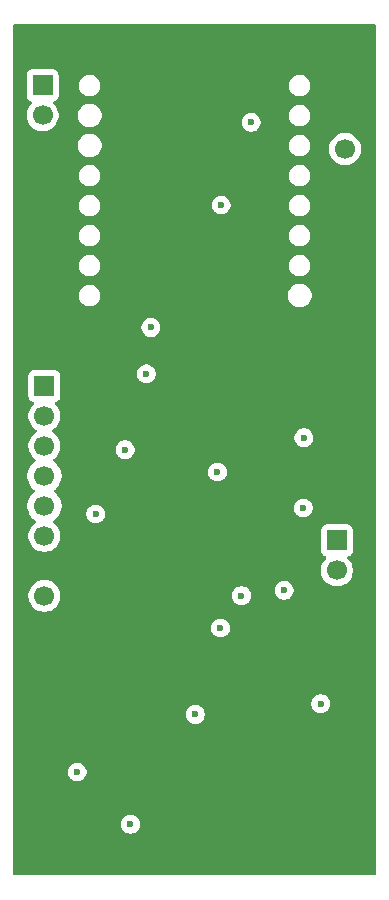
<source format=gbr>
%TF.GenerationSoftware,KiCad,Pcbnew,9.0.4*%
%TF.CreationDate,2025-09-14T15:21:26+10:00*%
%TF.ProjectId,opensenceesp32,6f70656e-7365-46e6-9365-65737033322e,rev?*%
%TF.SameCoordinates,Original*%
%TF.FileFunction,Copper,L2,Inr*%
%TF.FilePolarity,Positive*%
%FSLAX46Y46*%
G04 Gerber Fmt 4.6, Leading zero omitted, Abs format (unit mm)*
G04 Created by KiCad (PCBNEW 9.0.4) date 2025-09-14 15:21:26*
%MOMM*%
%LPD*%
G01*
G04 APERTURE LIST*
%TA.AperFunction,ComponentPad*%
%ADD10R,1.700000X1.700000*%
%TD*%
%TA.AperFunction,ComponentPad*%
%ADD11C,1.700000*%
%TD*%
%TA.AperFunction,ViaPad*%
%ADD12C,0.600000*%
%TD*%
G04 APERTURE END LIST*
D10*
%TO.N,VCC*%
%TO.C,J2*%
X242570000Y-102616000D03*
D11*
%TO.N,GND*%
X242570000Y-105156000D03*
%TD*%
D10*
%TO.N,Net-(U4-GPIO10)*%
%TO.C,SW1*%
X217652000Y-64084200D03*
D11*
%TO.N,Net-(R8-Pad2)*%
X217652000Y-66624200D03*
%TD*%
D10*
%TO.N,unconnected-(J1-Pin_1-Pad1)*%
%TO.C,J1*%
X217805000Y-89535000D03*
D11*
%TO.N,unconnected-(J1-Pin_2-Pad2)*%
X217805000Y-92075000D03*
%TO.N,unconnected-(J1-Pin_3-Pad3)*%
X217805000Y-94615000D03*
%TO.N,/SDA*%
X217805000Y-97155000D03*
%TO.N,/SCL*%
X217805000Y-99695000D03*
%TO.N,/GY_87_GND_SW*%
X217805000Y-102235000D03*
%TO.N,+3.3V*%
X217805000Y-104775000D03*
%TO.N,unconnected-(J1-Pin_8-Pad8)*%
X217805000Y-107315000D03*
%TD*%
D10*
%TO.N,+3.3V*%
%TO.C,SW2*%
X243256200Y-72014400D03*
D11*
%TO.N,Net-(SW2-B)*%
X243256200Y-69474400D03*
%TD*%
D12*
%TO.N,Net-(Q1-G)*%
X226441000Y-88519000D03*
X226822000Y-84582000D03*
%TO.N,/1PPS*%
X232765600Y-74218800D03*
X225094800Y-126644400D03*
%TO.N,/GPS_RESET*%
X241198400Y-116433600D03*
%TO.N,+3.3V*%
X239776000Y-91033600D03*
%TO.N,/GPS_TX*%
X230581200Y-117348000D03*
%TO.N,/GPS_RX*%
X232714800Y-110032800D03*
%TO.N,+3.3V*%
X217220800Y-75946000D03*
%TO.N,GND*%
X235305600Y-67208400D03*
%TO.N,+3.3V*%
X229565200Y-67513200D03*
%TO.N,GND*%
X224637600Y-94945200D03*
X222148400Y-100380800D03*
%TO.N,+3.3V*%
X227939600Y-97129600D03*
X232257600Y-94640400D03*
%TO.N,GND*%
X232460800Y-96824800D03*
X234492800Y-107289600D03*
X238099600Y-106832400D03*
X239725200Y-99872800D03*
X239776000Y-93929200D03*
%TO.N,+3.3V*%
X230124000Y-122326400D03*
X230073200Y-124917200D03*
%TO.N,GND*%
X220573600Y-122224800D03*
%TD*%
%TA.AperFunction,Conductor*%
%TO.N,+3.3V*%
G36*
X245822539Y-58940185D02*
G01*
X245868294Y-58992989D01*
X245879500Y-59044500D01*
X245879500Y-130820500D01*
X245859815Y-130887539D01*
X245807011Y-130933294D01*
X245755500Y-130944500D01*
X215254500Y-130944500D01*
X215187461Y-130924815D01*
X215141706Y-130872011D01*
X215130500Y-130820500D01*
X215130500Y-126565553D01*
X224294300Y-126565553D01*
X224294300Y-126723246D01*
X224325061Y-126877889D01*
X224325064Y-126877901D01*
X224385402Y-127023572D01*
X224385409Y-127023585D01*
X224473010Y-127154688D01*
X224473013Y-127154692D01*
X224584507Y-127266186D01*
X224584511Y-127266189D01*
X224715614Y-127353790D01*
X224715627Y-127353797D01*
X224861298Y-127414135D01*
X224861303Y-127414137D01*
X225015953Y-127444899D01*
X225015956Y-127444900D01*
X225015958Y-127444900D01*
X225173644Y-127444900D01*
X225173645Y-127444899D01*
X225328297Y-127414137D01*
X225473979Y-127353794D01*
X225605089Y-127266189D01*
X225716589Y-127154689D01*
X225804194Y-127023579D01*
X225864537Y-126877897D01*
X225895300Y-126723242D01*
X225895300Y-126565558D01*
X225895300Y-126565555D01*
X225895299Y-126565553D01*
X225864538Y-126410910D01*
X225864537Y-126410903D01*
X225864535Y-126410898D01*
X225804197Y-126265227D01*
X225804190Y-126265214D01*
X225716589Y-126134111D01*
X225716586Y-126134107D01*
X225605092Y-126022613D01*
X225605088Y-126022610D01*
X225473985Y-125935009D01*
X225473972Y-125935002D01*
X225328301Y-125874664D01*
X225328289Y-125874661D01*
X225173645Y-125843900D01*
X225173642Y-125843900D01*
X225015958Y-125843900D01*
X225015955Y-125843900D01*
X224861310Y-125874661D01*
X224861298Y-125874664D01*
X224715627Y-125935002D01*
X224715614Y-125935009D01*
X224584511Y-126022610D01*
X224584507Y-126022613D01*
X224473013Y-126134107D01*
X224473010Y-126134111D01*
X224385409Y-126265214D01*
X224385402Y-126265227D01*
X224325064Y-126410898D01*
X224325061Y-126410910D01*
X224294300Y-126565553D01*
X215130500Y-126565553D01*
X215130500Y-122145953D01*
X219773100Y-122145953D01*
X219773100Y-122303646D01*
X219803861Y-122458289D01*
X219803864Y-122458301D01*
X219864202Y-122603972D01*
X219864209Y-122603985D01*
X219951810Y-122735088D01*
X219951813Y-122735092D01*
X220063307Y-122846586D01*
X220063311Y-122846589D01*
X220194414Y-122934190D01*
X220194427Y-122934197D01*
X220340098Y-122994535D01*
X220340103Y-122994537D01*
X220494753Y-123025299D01*
X220494756Y-123025300D01*
X220494758Y-123025300D01*
X220652444Y-123025300D01*
X220652445Y-123025299D01*
X220807097Y-122994537D01*
X220952779Y-122934194D01*
X221083889Y-122846589D01*
X221195389Y-122735089D01*
X221282994Y-122603979D01*
X221343337Y-122458297D01*
X221374100Y-122303642D01*
X221374100Y-122145958D01*
X221374100Y-122145955D01*
X221374099Y-122145953D01*
X221343338Y-121991310D01*
X221343337Y-121991303D01*
X221343335Y-121991298D01*
X221282997Y-121845627D01*
X221282990Y-121845614D01*
X221195389Y-121714511D01*
X221195386Y-121714507D01*
X221083892Y-121603013D01*
X221083888Y-121603010D01*
X220952785Y-121515409D01*
X220952772Y-121515402D01*
X220807101Y-121455064D01*
X220807089Y-121455061D01*
X220652445Y-121424300D01*
X220652442Y-121424300D01*
X220494758Y-121424300D01*
X220494755Y-121424300D01*
X220340110Y-121455061D01*
X220340098Y-121455064D01*
X220194427Y-121515402D01*
X220194414Y-121515409D01*
X220063311Y-121603010D01*
X220063307Y-121603013D01*
X219951813Y-121714507D01*
X219951810Y-121714511D01*
X219864209Y-121845614D01*
X219864202Y-121845627D01*
X219803864Y-121991298D01*
X219803861Y-121991310D01*
X219773100Y-122145953D01*
X215130500Y-122145953D01*
X215130500Y-117269153D01*
X229780700Y-117269153D01*
X229780700Y-117426846D01*
X229811461Y-117581489D01*
X229811464Y-117581501D01*
X229871802Y-117727172D01*
X229871809Y-117727185D01*
X229959410Y-117858288D01*
X229959413Y-117858292D01*
X230070907Y-117969786D01*
X230070911Y-117969789D01*
X230202014Y-118057390D01*
X230202027Y-118057397D01*
X230347698Y-118117735D01*
X230347703Y-118117737D01*
X230502353Y-118148499D01*
X230502356Y-118148500D01*
X230502358Y-118148500D01*
X230660044Y-118148500D01*
X230660045Y-118148499D01*
X230814697Y-118117737D01*
X230960379Y-118057394D01*
X231091489Y-117969789D01*
X231202989Y-117858289D01*
X231290594Y-117727179D01*
X231350937Y-117581497D01*
X231381700Y-117426842D01*
X231381700Y-117269158D01*
X231381700Y-117269155D01*
X231381699Y-117269153D01*
X231350938Y-117114510D01*
X231350937Y-117114503D01*
X231350935Y-117114498D01*
X231290597Y-116968827D01*
X231290590Y-116968814D01*
X231202989Y-116837711D01*
X231202986Y-116837707D01*
X231091492Y-116726213D01*
X231091488Y-116726210D01*
X230960385Y-116638609D01*
X230960372Y-116638602D01*
X230814701Y-116578264D01*
X230814689Y-116578261D01*
X230660045Y-116547500D01*
X230660042Y-116547500D01*
X230502358Y-116547500D01*
X230502355Y-116547500D01*
X230347710Y-116578261D01*
X230347698Y-116578264D01*
X230202027Y-116638602D01*
X230202014Y-116638609D01*
X230070911Y-116726210D01*
X230070907Y-116726213D01*
X229959413Y-116837707D01*
X229959410Y-116837711D01*
X229871809Y-116968814D01*
X229871802Y-116968827D01*
X229811464Y-117114498D01*
X229811461Y-117114510D01*
X229780700Y-117269153D01*
X215130500Y-117269153D01*
X215130500Y-116354753D01*
X240397900Y-116354753D01*
X240397900Y-116512446D01*
X240428661Y-116667089D01*
X240428664Y-116667101D01*
X240489002Y-116812772D01*
X240489009Y-116812785D01*
X240576610Y-116943888D01*
X240576613Y-116943892D01*
X240688107Y-117055386D01*
X240688111Y-117055389D01*
X240819214Y-117142990D01*
X240819227Y-117142997D01*
X240964898Y-117203335D01*
X240964903Y-117203337D01*
X241119553Y-117234099D01*
X241119556Y-117234100D01*
X241119558Y-117234100D01*
X241277244Y-117234100D01*
X241277245Y-117234099D01*
X241431897Y-117203337D01*
X241577579Y-117142994D01*
X241708689Y-117055389D01*
X241820189Y-116943889D01*
X241907794Y-116812779D01*
X241968137Y-116667097D01*
X241998900Y-116512442D01*
X241998900Y-116354758D01*
X241998900Y-116354755D01*
X241998899Y-116354753D01*
X241968138Y-116200110D01*
X241968137Y-116200103D01*
X241968135Y-116200098D01*
X241907797Y-116054427D01*
X241907790Y-116054414D01*
X241820189Y-115923311D01*
X241820186Y-115923307D01*
X241708692Y-115811813D01*
X241708688Y-115811810D01*
X241577585Y-115724209D01*
X241577572Y-115724202D01*
X241431901Y-115663864D01*
X241431889Y-115663861D01*
X241277245Y-115633100D01*
X241277242Y-115633100D01*
X241119558Y-115633100D01*
X241119555Y-115633100D01*
X240964910Y-115663861D01*
X240964898Y-115663864D01*
X240819227Y-115724202D01*
X240819214Y-115724209D01*
X240688111Y-115811810D01*
X240688107Y-115811813D01*
X240576613Y-115923307D01*
X240576610Y-115923311D01*
X240489009Y-116054414D01*
X240489002Y-116054427D01*
X240428664Y-116200098D01*
X240428661Y-116200110D01*
X240397900Y-116354753D01*
X215130500Y-116354753D01*
X215130500Y-109953953D01*
X231914300Y-109953953D01*
X231914300Y-110111646D01*
X231945061Y-110266289D01*
X231945064Y-110266301D01*
X232005402Y-110411972D01*
X232005409Y-110411985D01*
X232093010Y-110543088D01*
X232093013Y-110543092D01*
X232204507Y-110654586D01*
X232204511Y-110654589D01*
X232335614Y-110742190D01*
X232335627Y-110742197D01*
X232481298Y-110802535D01*
X232481303Y-110802537D01*
X232635953Y-110833299D01*
X232635956Y-110833300D01*
X232635958Y-110833300D01*
X232793644Y-110833300D01*
X232793645Y-110833299D01*
X232948297Y-110802537D01*
X233093979Y-110742194D01*
X233225089Y-110654589D01*
X233336589Y-110543089D01*
X233424194Y-110411979D01*
X233484537Y-110266297D01*
X233515300Y-110111642D01*
X233515300Y-109953958D01*
X233515300Y-109953955D01*
X233515299Y-109953953D01*
X233484538Y-109799310D01*
X233484537Y-109799303D01*
X233484535Y-109799298D01*
X233424197Y-109653627D01*
X233424190Y-109653614D01*
X233336589Y-109522511D01*
X233336586Y-109522507D01*
X233225092Y-109411013D01*
X233225088Y-109411010D01*
X233093985Y-109323409D01*
X233093972Y-109323402D01*
X232948301Y-109263064D01*
X232948289Y-109263061D01*
X232793645Y-109232300D01*
X232793642Y-109232300D01*
X232635958Y-109232300D01*
X232635955Y-109232300D01*
X232481310Y-109263061D01*
X232481298Y-109263064D01*
X232335627Y-109323402D01*
X232335614Y-109323409D01*
X232204511Y-109411010D01*
X232204507Y-109411013D01*
X232093013Y-109522507D01*
X232093010Y-109522511D01*
X232005409Y-109653614D01*
X232005402Y-109653627D01*
X231945064Y-109799298D01*
X231945061Y-109799310D01*
X231914300Y-109953953D01*
X215130500Y-109953953D01*
X215130500Y-107208713D01*
X216454500Y-107208713D01*
X216454500Y-107421286D01*
X216483143Y-107602135D01*
X216487754Y-107631243D01*
X216542550Y-107799888D01*
X216553444Y-107833414D01*
X216649951Y-108022820D01*
X216774890Y-108194786D01*
X216925213Y-108345109D01*
X217097179Y-108470048D01*
X217097181Y-108470049D01*
X217097184Y-108470051D01*
X217286588Y-108566557D01*
X217488757Y-108632246D01*
X217698713Y-108665500D01*
X217698714Y-108665500D01*
X217911286Y-108665500D01*
X217911287Y-108665500D01*
X218121243Y-108632246D01*
X218323412Y-108566557D01*
X218512816Y-108470051D01*
X218534789Y-108454086D01*
X218684786Y-108345109D01*
X218684788Y-108345106D01*
X218684792Y-108345104D01*
X218835104Y-108194792D01*
X218835106Y-108194788D01*
X218835109Y-108194786D01*
X218960048Y-108022820D01*
X218960047Y-108022820D01*
X218960051Y-108022816D01*
X219056557Y-107833412D01*
X219122246Y-107631243D01*
X219155500Y-107421287D01*
X219155500Y-107210753D01*
X233692300Y-107210753D01*
X233692300Y-107368446D01*
X233723061Y-107523089D01*
X233723064Y-107523101D01*
X233783402Y-107668772D01*
X233783409Y-107668785D01*
X233871010Y-107799888D01*
X233871013Y-107799892D01*
X233982507Y-107911386D01*
X233982511Y-107911389D01*
X234113614Y-107998990D01*
X234113627Y-107998997D01*
X234171142Y-108022820D01*
X234259303Y-108059337D01*
X234413953Y-108090099D01*
X234413956Y-108090100D01*
X234413958Y-108090100D01*
X234571644Y-108090100D01*
X234571645Y-108090099D01*
X234726297Y-108059337D01*
X234871979Y-107998994D01*
X235003089Y-107911389D01*
X235114589Y-107799889D01*
X235202194Y-107668779D01*
X235262537Y-107523097D01*
X235293300Y-107368442D01*
X235293300Y-107210758D01*
X235293300Y-107210755D01*
X235293299Y-107210753D01*
X235264485Y-107065897D01*
X235262537Y-107056103D01*
X235202535Y-106911244D01*
X235202197Y-106910427D01*
X235202190Y-106910414D01*
X235139343Y-106816357D01*
X235114589Y-106779311D01*
X235114586Y-106779307D01*
X235088832Y-106753553D01*
X237299100Y-106753553D01*
X237299100Y-106911246D01*
X237329861Y-107065889D01*
X237329864Y-107065901D01*
X237390202Y-107211572D01*
X237390209Y-107211585D01*
X237477810Y-107342688D01*
X237477813Y-107342692D01*
X237589307Y-107454186D01*
X237589311Y-107454189D01*
X237720414Y-107541790D01*
X237720427Y-107541797D01*
X237866098Y-107602135D01*
X237866103Y-107602137D01*
X238012408Y-107631239D01*
X238020753Y-107632899D01*
X238020756Y-107632900D01*
X238020758Y-107632900D01*
X238178444Y-107632900D01*
X238178445Y-107632899D01*
X238333097Y-107602137D01*
X238478779Y-107541794D01*
X238609889Y-107454189D01*
X238721389Y-107342689D01*
X238808994Y-107211579D01*
X238869337Y-107065897D01*
X238900100Y-106911242D01*
X238900100Y-106753558D01*
X238900100Y-106753555D01*
X238900099Y-106753553D01*
X238883044Y-106667811D01*
X238869337Y-106598903D01*
X238861591Y-106580202D01*
X238808997Y-106453227D01*
X238808990Y-106453214D01*
X238721389Y-106322111D01*
X238721386Y-106322107D01*
X238609892Y-106210613D01*
X238609888Y-106210610D01*
X238478785Y-106123009D01*
X238478772Y-106123002D01*
X238333101Y-106062664D01*
X238333089Y-106062661D01*
X238178445Y-106031900D01*
X238178442Y-106031900D01*
X238020758Y-106031900D01*
X238020755Y-106031900D01*
X237866110Y-106062661D01*
X237866098Y-106062664D01*
X237720427Y-106123002D01*
X237720414Y-106123009D01*
X237589311Y-106210610D01*
X237589307Y-106210613D01*
X237477813Y-106322107D01*
X237477810Y-106322111D01*
X237390209Y-106453214D01*
X237390202Y-106453227D01*
X237329864Y-106598898D01*
X237329861Y-106598910D01*
X237299100Y-106753553D01*
X235088832Y-106753553D01*
X235003092Y-106667813D01*
X235003088Y-106667810D01*
X234871985Y-106580209D01*
X234871972Y-106580202D01*
X234726301Y-106519864D01*
X234726289Y-106519861D01*
X234571645Y-106489100D01*
X234571642Y-106489100D01*
X234413958Y-106489100D01*
X234413955Y-106489100D01*
X234259310Y-106519861D01*
X234259298Y-106519864D01*
X234113627Y-106580202D01*
X234113614Y-106580209D01*
X233982511Y-106667810D01*
X233982507Y-106667813D01*
X233871013Y-106779307D01*
X233871010Y-106779311D01*
X233783409Y-106910414D01*
X233783402Y-106910427D01*
X233723064Y-107056098D01*
X233723061Y-107056110D01*
X233692300Y-107210753D01*
X219155500Y-107210753D01*
X219155500Y-107208713D01*
X219122246Y-106998757D01*
X219056557Y-106796588D01*
X218960051Y-106607184D01*
X218960049Y-106607181D01*
X218960048Y-106607179D01*
X218835109Y-106435213D01*
X218684786Y-106284890D01*
X218512820Y-106159951D01*
X218323414Y-106063444D01*
X218323413Y-106063443D01*
X218323412Y-106063443D01*
X218121243Y-105997754D01*
X218121241Y-105997753D01*
X218121240Y-105997753D01*
X217959957Y-105972208D01*
X217911287Y-105964500D01*
X217698713Y-105964500D01*
X217650042Y-105972208D01*
X217488760Y-105997753D01*
X217286585Y-106063444D01*
X217097179Y-106159951D01*
X216925213Y-106284890D01*
X216774890Y-106435213D01*
X216649951Y-106607179D01*
X216553444Y-106796585D01*
X216487753Y-106998760D01*
X216454500Y-107208713D01*
X215130500Y-107208713D01*
X215130500Y-97040837D01*
X216354500Y-97040837D01*
X216354500Y-97269162D01*
X216390215Y-97494660D01*
X216460770Y-97711803D01*
X216564421Y-97915228D01*
X216698621Y-98099937D01*
X216860063Y-98261379D01*
X216860069Y-98261383D01*
X216947191Y-98324683D01*
X216989857Y-98380013D01*
X216995835Y-98449627D01*
X216963228Y-98511421D01*
X216947191Y-98525317D01*
X216860069Y-98588616D01*
X216860060Y-98588623D01*
X216698622Y-98750061D01*
X216564421Y-98934771D01*
X216460770Y-99138196D01*
X216390215Y-99355339D01*
X216354500Y-99580837D01*
X216354500Y-99809162D01*
X216390215Y-100034660D01*
X216460770Y-100251803D01*
X216527664Y-100383088D01*
X216564421Y-100455228D01*
X216698621Y-100639937D01*
X216860063Y-100801379D01*
X217032256Y-100926486D01*
X217074921Y-100981815D01*
X217080900Y-101051429D01*
X217048294Y-101113224D01*
X217032255Y-101127121D01*
X216925214Y-101204890D01*
X216925209Y-101204894D01*
X216774890Y-101355213D01*
X216649951Y-101527179D01*
X216553444Y-101716585D01*
X216487753Y-101918760D01*
X216454500Y-102128713D01*
X216454500Y-102341286D01*
X216487753Y-102551239D01*
X216553444Y-102753414D01*
X216649951Y-102942820D01*
X216774890Y-103114786D01*
X216925213Y-103265109D01*
X217097179Y-103390048D01*
X217097181Y-103390049D01*
X217097184Y-103390051D01*
X217286588Y-103486557D01*
X217488757Y-103552246D01*
X217698713Y-103585500D01*
X217698714Y-103585500D01*
X217911286Y-103585500D01*
X217911287Y-103585500D01*
X218121243Y-103552246D01*
X218323412Y-103486557D01*
X218512816Y-103390051D01*
X218534789Y-103374086D01*
X218684786Y-103265109D01*
X218684788Y-103265106D01*
X218684792Y-103265104D01*
X218835104Y-103114792D01*
X218835106Y-103114788D01*
X218835109Y-103114786D01*
X218960048Y-102942820D01*
X218960047Y-102942820D01*
X218960051Y-102942816D01*
X219056557Y-102753412D01*
X219122246Y-102551243D01*
X219155500Y-102341287D01*
X219155500Y-102128713D01*
X219122246Y-101918757D01*
X219057060Y-101718135D01*
X241219500Y-101718135D01*
X241219500Y-103513870D01*
X241219501Y-103513876D01*
X241225908Y-103573483D01*
X241276202Y-103708328D01*
X241276206Y-103708335D01*
X241362452Y-103823544D01*
X241362455Y-103823547D01*
X241477664Y-103909793D01*
X241477671Y-103909797D01*
X241609082Y-103958810D01*
X241665016Y-104000681D01*
X241689433Y-104066145D01*
X241674582Y-104134418D01*
X241653431Y-104162673D01*
X241539889Y-104276215D01*
X241414951Y-104448179D01*
X241318444Y-104637585D01*
X241252753Y-104839760D01*
X241219500Y-105049713D01*
X241219500Y-105262286D01*
X241252753Y-105472239D01*
X241318444Y-105674414D01*
X241414951Y-105863820D01*
X241539890Y-106035786D01*
X241690213Y-106186109D01*
X241862179Y-106311048D01*
X241862181Y-106311049D01*
X241862184Y-106311051D01*
X242051588Y-106407557D01*
X242253757Y-106473246D01*
X242463713Y-106506500D01*
X242463714Y-106506500D01*
X242676286Y-106506500D01*
X242676287Y-106506500D01*
X242886243Y-106473246D01*
X243088412Y-106407557D01*
X243277816Y-106311051D01*
X243313824Y-106284890D01*
X243449786Y-106186109D01*
X243449788Y-106186106D01*
X243449792Y-106186104D01*
X243600104Y-106035792D01*
X243600106Y-106035788D01*
X243600109Y-106035786D01*
X243725048Y-105863820D01*
X243725047Y-105863820D01*
X243725051Y-105863816D01*
X243821557Y-105674412D01*
X243887246Y-105472243D01*
X243920500Y-105262287D01*
X243920500Y-105049713D01*
X243887246Y-104839757D01*
X243821557Y-104637588D01*
X243725051Y-104448184D01*
X243725049Y-104448181D01*
X243725048Y-104448179D01*
X243600109Y-104276213D01*
X243486569Y-104162673D01*
X243453084Y-104101350D01*
X243458068Y-104031658D01*
X243499940Y-103975725D01*
X243530915Y-103958810D01*
X243662331Y-103909796D01*
X243777546Y-103823546D01*
X243863796Y-103708331D01*
X243914091Y-103573483D01*
X243920500Y-103513873D01*
X243920499Y-101718128D01*
X243914091Y-101658517D01*
X243863796Y-101523669D01*
X243863795Y-101523668D01*
X243863793Y-101523664D01*
X243777547Y-101408455D01*
X243777544Y-101408452D01*
X243662335Y-101322206D01*
X243662328Y-101322202D01*
X243527482Y-101271908D01*
X243527483Y-101271908D01*
X243467883Y-101265501D01*
X243467881Y-101265500D01*
X243467873Y-101265500D01*
X243467864Y-101265500D01*
X241672129Y-101265500D01*
X241672123Y-101265501D01*
X241612516Y-101271908D01*
X241477671Y-101322202D01*
X241477664Y-101322206D01*
X241362455Y-101408452D01*
X241362452Y-101408455D01*
X241276206Y-101523664D01*
X241276202Y-101523671D01*
X241225908Y-101658517D01*
X241219666Y-101716585D01*
X241219501Y-101718123D01*
X241219500Y-101718135D01*
X219057060Y-101718135D01*
X219056557Y-101716588D01*
X218960051Y-101527184D01*
X218960049Y-101527181D01*
X218960048Y-101527179D01*
X218835109Y-101355213D01*
X218684792Y-101204896D01*
X218609974Y-101150538D01*
X218577743Y-101127121D01*
X218535078Y-101071792D01*
X218529099Y-101002178D01*
X218561704Y-100940383D01*
X218577734Y-100926492D01*
X218749937Y-100801379D01*
X218911379Y-100639937D01*
X219045579Y-100455228D01*
X219123676Y-100301953D01*
X221347900Y-100301953D01*
X221347900Y-100459646D01*
X221378661Y-100614289D01*
X221378664Y-100614301D01*
X221439002Y-100759972D01*
X221439009Y-100759985D01*
X221526610Y-100891088D01*
X221526613Y-100891092D01*
X221638107Y-101002586D01*
X221638111Y-101002589D01*
X221769214Y-101090190D01*
X221769227Y-101090197D01*
X221914898Y-101150535D01*
X221914903Y-101150537D01*
X222069553Y-101181299D01*
X222069556Y-101181300D01*
X222069558Y-101181300D01*
X222227244Y-101181300D01*
X222227245Y-101181299D01*
X222381897Y-101150537D01*
X222527579Y-101090194D01*
X222658689Y-101002589D01*
X222770189Y-100891089D01*
X222857794Y-100759979D01*
X222918137Y-100614297D01*
X222948900Y-100459642D01*
X222948900Y-100301958D01*
X222948900Y-100301955D01*
X222948899Y-100301953D01*
X222918138Y-100147310D01*
X222918137Y-100147303D01*
X222901149Y-100106289D01*
X222857797Y-100001627D01*
X222857790Y-100001614D01*
X222770192Y-99870516D01*
X222770189Y-99870511D01*
X222770184Y-99870506D01*
X222770181Y-99870502D01*
X222693632Y-99793953D01*
X238924700Y-99793953D01*
X238924700Y-99951646D01*
X238955461Y-100106289D01*
X238955464Y-100106301D01*
X239015802Y-100251972D01*
X239015809Y-100251985D01*
X239103410Y-100383088D01*
X239103413Y-100383092D01*
X239214907Y-100494586D01*
X239214911Y-100494589D01*
X239346014Y-100582190D01*
X239346027Y-100582197D01*
X239485426Y-100639937D01*
X239491703Y-100642537D01*
X239646353Y-100673299D01*
X239646356Y-100673300D01*
X239646358Y-100673300D01*
X239804044Y-100673300D01*
X239804045Y-100673299D01*
X239958697Y-100642537D01*
X240104379Y-100582194D01*
X240235489Y-100494589D01*
X240346989Y-100383089D01*
X240434594Y-100251979D01*
X240494937Y-100106297D01*
X240525700Y-99951642D01*
X240525700Y-99793958D01*
X240525700Y-99793955D01*
X240525699Y-99793953D01*
X240518749Y-99759013D01*
X240494937Y-99639303D01*
X240483239Y-99611061D01*
X240434597Y-99493627D01*
X240434590Y-99493614D01*
X240346989Y-99362511D01*
X240346986Y-99362507D01*
X240235492Y-99251013D01*
X240235488Y-99251010D01*
X240104385Y-99163409D01*
X240104372Y-99163402D01*
X239958701Y-99103064D01*
X239958689Y-99103061D01*
X239804045Y-99072300D01*
X239804042Y-99072300D01*
X239646358Y-99072300D01*
X239646355Y-99072300D01*
X239491710Y-99103061D01*
X239491698Y-99103064D01*
X239346027Y-99163402D01*
X239346014Y-99163409D01*
X239214911Y-99251010D01*
X239214907Y-99251013D01*
X239103413Y-99362507D01*
X239103410Y-99362511D01*
X239015809Y-99493614D01*
X239015802Y-99493627D01*
X238955464Y-99639298D01*
X238955461Y-99639310D01*
X238924700Y-99793953D01*
X222693632Y-99793953D01*
X222658692Y-99759013D01*
X222658688Y-99759010D01*
X222527585Y-99671409D01*
X222527572Y-99671402D01*
X222381901Y-99611064D01*
X222381889Y-99611061D01*
X222227245Y-99580300D01*
X222227242Y-99580300D01*
X222069558Y-99580300D01*
X222069555Y-99580300D01*
X221914910Y-99611061D01*
X221914898Y-99611064D01*
X221769227Y-99671402D01*
X221769214Y-99671409D01*
X221638111Y-99759010D01*
X221638107Y-99759013D01*
X221526613Y-99870507D01*
X221526610Y-99870511D01*
X221439009Y-100001614D01*
X221439002Y-100001627D01*
X221378664Y-100147298D01*
X221378661Y-100147310D01*
X221347900Y-100301953D01*
X219123676Y-100301953D01*
X219149231Y-100251799D01*
X219219784Y-100034660D01*
X219232932Y-99951646D01*
X219255500Y-99809162D01*
X219255500Y-99580837D01*
X219219784Y-99355339D01*
X219185885Y-99251010D01*
X219149231Y-99138201D01*
X219149229Y-99138198D01*
X219149229Y-99138196D01*
X219045578Y-98934771D01*
X218911379Y-98750063D01*
X218749937Y-98588621D01*
X218662807Y-98525317D01*
X218620143Y-98469988D01*
X218614164Y-98400374D01*
X218646770Y-98338579D01*
X218662807Y-98324683D01*
X218749937Y-98261379D01*
X218911379Y-98099937D01*
X219045579Y-97915228D01*
X219149231Y-97711799D01*
X219219784Y-97494660D01*
X219227398Y-97446586D01*
X219255500Y-97269162D01*
X219255500Y-97040837D01*
X219233770Y-96903642D01*
X219219784Y-96815340D01*
X219219783Y-96815336D01*
X219219783Y-96815335D01*
X219207712Y-96778184D01*
X219197239Y-96745953D01*
X231660300Y-96745953D01*
X231660300Y-96903646D01*
X231691061Y-97058289D01*
X231691064Y-97058301D01*
X231751402Y-97203972D01*
X231751409Y-97203985D01*
X231839010Y-97335088D01*
X231839013Y-97335092D01*
X231950507Y-97446586D01*
X231950511Y-97446589D01*
X232081614Y-97534190D01*
X232081627Y-97534197D01*
X232227298Y-97594535D01*
X232227303Y-97594537D01*
X232381953Y-97625299D01*
X232381956Y-97625300D01*
X232381958Y-97625300D01*
X232539644Y-97625300D01*
X232539645Y-97625299D01*
X232694297Y-97594537D01*
X232839979Y-97534194D01*
X232971089Y-97446589D01*
X233082589Y-97335089D01*
X233170194Y-97203979D01*
X233230537Y-97058297D01*
X233261300Y-96903642D01*
X233261300Y-96745958D01*
X233261300Y-96745955D01*
X233261299Y-96745953D01*
X233230538Y-96591310D01*
X233230537Y-96591303D01*
X233230535Y-96591298D01*
X233170197Y-96445627D01*
X233170190Y-96445614D01*
X233082589Y-96314511D01*
X233082586Y-96314507D01*
X232971092Y-96203013D01*
X232971088Y-96203010D01*
X232839985Y-96115409D01*
X232839972Y-96115402D01*
X232694301Y-96055064D01*
X232694289Y-96055061D01*
X232539645Y-96024300D01*
X232539642Y-96024300D01*
X232381958Y-96024300D01*
X232381955Y-96024300D01*
X232227310Y-96055061D01*
X232227298Y-96055064D01*
X232081627Y-96115402D01*
X232081614Y-96115409D01*
X231950511Y-96203010D01*
X231950507Y-96203013D01*
X231839013Y-96314507D01*
X231839010Y-96314511D01*
X231751409Y-96445614D01*
X231751402Y-96445627D01*
X231691064Y-96591298D01*
X231691061Y-96591310D01*
X231660300Y-96745953D01*
X219197239Y-96745953D01*
X219149229Y-96598196D01*
X219045578Y-96394771D01*
X218911379Y-96210063D01*
X218749937Y-96048621D01*
X218577742Y-95923513D01*
X218535078Y-95868184D01*
X218529099Y-95798570D01*
X218561705Y-95736775D01*
X218577740Y-95722881D01*
X218684792Y-95645104D01*
X218835104Y-95494792D01*
X218835106Y-95494788D01*
X218835109Y-95494786D01*
X218958915Y-95324379D01*
X218960051Y-95322816D01*
X219056557Y-95133412D01*
X219122246Y-94931243D01*
X219132524Y-94866353D01*
X223837100Y-94866353D01*
X223837100Y-95024046D01*
X223867861Y-95178689D01*
X223867864Y-95178701D01*
X223928202Y-95324372D01*
X223928209Y-95324385D01*
X224015810Y-95455488D01*
X224015813Y-95455492D01*
X224127307Y-95566986D01*
X224127311Y-95566989D01*
X224258414Y-95654590D01*
X224258427Y-95654597D01*
X224404098Y-95714935D01*
X224404103Y-95714937D01*
X224558753Y-95745699D01*
X224558756Y-95745700D01*
X224558758Y-95745700D01*
X224716444Y-95745700D01*
X224716445Y-95745699D01*
X224871097Y-95714937D01*
X225016779Y-95654594D01*
X225147889Y-95566989D01*
X225259389Y-95455489D01*
X225346994Y-95324379D01*
X225347642Y-95322816D01*
X225407335Y-95178701D01*
X225407337Y-95178697D01*
X225438100Y-95024042D01*
X225438100Y-94866358D01*
X225438100Y-94866355D01*
X225438099Y-94866353D01*
X225410917Y-94729700D01*
X225407337Y-94711703D01*
X225377056Y-94638597D01*
X225346997Y-94566027D01*
X225346990Y-94566014D01*
X225259389Y-94434911D01*
X225259386Y-94434907D01*
X225147892Y-94323413D01*
X225147888Y-94323410D01*
X225016785Y-94235809D01*
X225016772Y-94235802D01*
X224871101Y-94175464D01*
X224871089Y-94175461D01*
X224716445Y-94144700D01*
X224716442Y-94144700D01*
X224558758Y-94144700D01*
X224558755Y-94144700D01*
X224404110Y-94175461D01*
X224404098Y-94175464D01*
X224258427Y-94235802D01*
X224258414Y-94235809D01*
X224127311Y-94323410D01*
X224127307Y-94323413D01*
X224015813Y-94434907D01*
X224015810Y-94434911D01*
X223928209Y-94566014D01*
X223928202Y-94566027D01*
X223867864Y-94711698D01*
X223867861Y-94711710D01*
X223837100Y-94866353D01*
X219132524Y-94866353D01*
X219155500Y-94721287D01*
X219155500Y-94508713D01*
X219122246Y-94298757D01*
X219056557Y-94096588D01*
X218960051Y-93907184D01*
X218960049Y-93907181D01*
X218960048Y-93907179D01*
X218918762Y-93850353D01*
X238975500Y-93850353D01*
X238975500Y-94008046D01*
X239006261Y-94162689D01*
X239006264Y-94162701D01*
X239066602Y-94308372D01*
X239066609Y-94308385D01*
X239154210Y-94439488D01*
X239154213Y-94439492D01*
X239265707Y-94550986D01*
X239265711Y-94550989D01*
X239396814Y-94638590D01*
X239396827Y-94638597D01*
X239542498Y-94698935D01*
X239542503Y-94698937D01*
X239697153Y-94729699D01*
X239697156Y-94729700D01*
X239697158Y-94729700D01*
X239854844Y-94729700D01*
X239854845Y-94729699D01*
X240009497Y-94698937D01*
X240155179Y-94638594D01*
X240286289Y-94550989D01*
X240397789Y-94439489D01*
X240485394Y-94308379D01*
X240545737Y-94162697D01*
X240576500Y-94008042D01*
X240576500Y-93850358D01*
X240576500Y-93850355D01*
X240576499Y-93850353D01*
X240545738Y-93695710D01*
X240545737Y-93695703D01*
X240499840Y-93584896D01*
X240485397Y-93550027D01*
X240485390Y-93550014D01*
X240397789Y-93418911D01*
X240397786Y-93418907D01*
X240286292Y-93307413D01*
X240286288Y-93307410D01*
X240155185Y-93219809D01*
X240155172Y-93219802D01*
X240009501Y-93159464D01*
X240009489Y-93159461D01*
X239854845Y-93128700D01*
X239854842Y-93128700D01*
X239697158Y-93128700D01*
X239697155Y-93128700D01*
X239542510Y-93159461D01*
X239542498Y-93159464D01*
X239396827Y-93219802D01*
X239396814Y-93219809D01*
X239265711Y-93307410D01*
X239265707Y-93307413D01*
X239154213Y-93418907D01*
X239154210Y-93418911D01*
X239066609Y-93550014D01*
X239066602Y-93550027D01*
X239006264Y-93695698D01*
X239006261Y-93695710D01*
X238975500Y-93850353D01*
X218918762Y-93850353D01*
X218835109Y-93735213D01*
X218684786Y-93584890D01*
X218512820Y-93459951D01*
X218512115Y-93459591D01*
X218504054Y-93455485D01*
X218453259Y-93407512D01*
X218436463Y-93339692D01*
X218458999Y-93273556D01*
X218504054Y-93234515D01*
X218512816Y-93230051D01*
X218534789Y-93214086D01*
X218684786Y-93105109D01*
X218684788Y-93105106D01*
X218684792Y-93105104D01*
X218835104Y-92954792D01*
X218835106Y-92954788D01*
X218835109Y-92954786D01*
X218960048Y-92782820D01*
X218960047Y-92782820D01*
X218960051Y-92782816D01*
X219056557Y-92593412D01*
X219122246Y-92391243D01*
X219155500Y-92181287D01*
X219155500Y-91968713D01*
X219122246Y-91758757D01*
X219056557Y-91556588D01*
X218960051Y-91367184D01*
X218960049Y-91367181D01*
X218960048Y-91367179D01*
X218835109Y-91195213D01*
X218721569Y-91081673D01*
X218688084Y-91020350D01*
X218693068Y-90950658D01*
X218734940Y-90894725D01*
X218765915Y-90877810D01*
X218897331Y-90828796D01*
X219012546Y-90742546D01*
X219098796Y-90627331D01*
X219149091Y-90492483D01*
X219155500Y-90432873D01*
X219155499Y-88637128D01*
X219149091Y-88577517D01*
X219149091Y-88577516D01*
X219111750Y-88477399D01*
X219098797Y-88442671D01*
X219098793Y-88442664D01*
X219096913Y-88440153D01*
X225640500Y-88440153D01*
X225640500Y-88597846D01*
X225671261Y-88752489D01*
X225671264Y-88752501D01*
X225731602Y-88898172D01*
X225731609Y-88898185D01*
X225819210Y-89029288D01*
X225819213Y-89029292D01*
X225930707Y-89140786D01*
X225930711Y-89140789D01*
X226061814Y-89228390D01*
X226061827Y-89228397D01*
X226207498Y-89288735D01*
X226207503Y-89288737D01*
X226362153Y-89319499D01*
X226362156Y-89319500D01*
X226362158Y-89319500D01*
X226519844Y-89319500D01*
X226519845Y-89319499D01*
X226674497Y-89288737D01*
X226820179Y-89228394D01*
X226951289Y-89140789D01*
X227062789Y-89029289D01*
X227150394Y-88898179D01*
X227210737Y-88752497D01*
X227241500Y-88597842D01*
X227241500Y-88440158D01*
X227241500Y-88440155D01*
X227241499Y-88440153D01*
X227219082Y-88327455D01*
X227210737Y-88285503D01*
X227192387Y-88241202D01*
X227150397Y-88139827D01*
X227150390Y-88139814D01*
X227062789Y-88008711D01*
X227062786Y-88008707D01*
X226951292Y-87897213D01*
X226951288Y-87897210D01*
X226820185Y-87809609D01*
X226820172Y-87809602D01*
X226674501Y-87749264D01*
X226674489Y-87749261D01*
X226519845Y-87718500D01*
X226519842Y-87718500D01*
X226362158Y-87718500D01*
X226362155Y-87718500D01*
X226207510Y-87749261D01*
X226207498Y-87749264D01*
X226061827Y-87809602D01*
X226061814Y-87809609D01*
X225930711Y-87897210D01*
X225930707Y-87897213D01*
X225819213Y-88008707D01*
X225819210Y-88008711D01*
X225731609Y-88139814D01*
X225731602Y-88139827D01*
X225671264Y-88285498D01*
X225671261Y-88285510D01*
X225640500Y-88440153D01*
X219096913Y-88440153D01*
X219012547Y-88327455D01*
X219012544Y-88327452D01*
X218897335Y-88241206D01*
X218897328Y-88241202D01*
X218762482Y-88190908D01*
X218762483Y-88190908D01*
X218702883Y-88184501D01*
X218702881Y-88184500D01*
X218702873Y-88184500D01*
X218702864Y-88184500D01*
X216907129Y-88184500D01*
X216907123Y-88184501D01*
X216847516Y-88190908D01*
X216712671Y-88241202D01*
X216712664Y-88241206D01*
X216597455Y-88327452D01*
X216597452Y-88327455D01*
X216511206Y-88442664D01*
X216511202Y-88442671D01*
X216460908Y-88577517D01*
X216458723Y-88597846D01*
X216454501Y-88637123D01*
X216454500Y-88637135D01*
X216454500Y-90432870D01*
X216454501Y-90432876D01*
X216460908Y-90492483D01*
X216511202Y-90627328D01*
X216511206Y-90627335D01*
X216597452Y-90742544D01*
X216597455Y-90742547D01*
X216712664Y-90828793D01*
X216712671Y-90828797D01*
X216844082Y-90877810D01*
X216900016Y-90919681D01*
X216924433Y-90985145D01*
X216909582Y-91053418D01*
X216888431Y-91081673D01*
X216774889Y-91195215D01*
X216649951Y-91367179D01*
X216553444Y-91556585D01*
X216487753Y-91758760D01*
X216454500Y-91968713D01*
X216454500Y-92181286D01*
X216487753Y-92391239D01*
X216553444Y-92593414D01*
X216649951Y-92782820D01*
X216774890Y-92954786D01*
X216925213Y-93105109D01*
X217097182Y-93230050D01*
X217105946Y-93234516D01*
X217156742Y-93282491D01*
X217173536Y-93350312D01*
X217150998Y-93416447D01*
X217105946Y-93455484D01*
X217097182Y-93459949D01*
X216925213Y-93584890D01*
X216774890Y-93735213D01*
X216649951Y-93907179D01*
X216553444Y-94096585D01*
X216487753Y-94298760D01*
X216454500Y-94508713D01*
X216454500Y-94721287D01*
X216464534Y-94784644D01*
X216487753Y-94931239D01*
X216487753Y-94931241D01*
X216487754Y-94931243D01*
X216517906Y-95024042D01*
X216553444Y-95133414D01*
X216649951Y-95322820D01*
X216774890Y-95494786D01*
X216774896Y-95494792D01*
X216925208Y-95645104D01*
X217032256Y-95722878D01*
X217074921Y-95778207D01*
X217080900Y-95847820D01*
X217048295Y-95909616D01*
X217032256Y-95923514D01*
X216860061Y-96048622D01*
X216698622Y-96210061D01*
X216564421Y-96394771D01*
X216460770Y-96598196D01*
X216390215Y-96815339D01*
X216354500Y-97040837D01*
X215130500Y-97040837D01*
X215130500Y-84503153D01*
X226021500Y-84503153D01*
X226021500Y-84660846D01*
X226052261Y-84815489D01*
X226052264Y-84815501D01*
X226112602Y-84961172D01*
X226112609Y-84961185D01*
X226200210Y-85092288D01*
X226200213Y-85092292D01*
X226311707Y-85203786D01*
X226311711Y-85203789D01*
X226442814Y-85291390D01*
X226442827Y-85291397D01*
X226588498Y-85351735D01*
X226588503Y-85351737D01*
X226743153Y-85382499D01*
X226743156Y-85382500D01*
X226743158Y-85382500D01*
X226900844Y-85382500D01*
X226900845Y-85382499D01*
X227055497Y-85351737D01*
X227201179Y-85291394D01*
X227332289Y-85203789D01*
X227443789Y-85092289D01*
X227531394Y-84961179D01*
X227591737Y-84815497D01*
X227622500Y-84660842D01*
X227622500Y-84503158D01*
X227622500Y-84503155D01*
X227622499Y-84503153D01*
X227591738Y-84348510D01*
X227591737Y-84348503D01*
X227591735Y-84348498D01*
X227531397Y-84202827D01*
X227531390Y-84202814D01*
X227443789Y-84071711D01*
X227443786Y-84071707D01*
X227332292Y-83960213D01*
X227332288Y-83960210D01*
X227201185Y-83872609D01*
X227201172Y-83872602D01*
X227055501Y-83812264D01*
X227055489Y-83812261D01*
X226900845Y-83781500D01*
X226900842Y-83781500D01*
X226743158Y-83781500D01*
X226743155Y-83781500D01*
X226588510Y-83812261D01*
X226588498Y-83812264D01*
X226442827Y-83872602D01*
X226442814Y-83872609D01*
X226311711Y-83960210D01*
X226311707Y-83960213D01*
X226200213Y-84071707D01*
X226200210Y-84071711D01*
X226112609Y-84202814D01*
X226112602Y-84202827D01*
X226052264Y-84348498D01*
X226052261Y-84348510D01*
X226021500Y-84503153D01*
X215130500Y-84503153D01*
X215130500Y-81800904D01*
X220739900Y-81800904D01*
X220739900Y-81978295D01*
X220774503Y-82152258D01*
X220774506Y-82152267D01*
X220842383Y-82316140D01*
X220842390Y-82316153D01*
X220940935Y-82463634D01*
X220940938Y-82463638D01*
X221066361Y-82589061D01*
X221066365Y-82589064D01*
X221213846Y-82687609D01*
X221213859Y-82687616D01*
X221336763Y-82738523D01*
X221377734Y-82755494D01*
X221377736Y-82755494D01*
X221377741Y-82755496D01*
X221551704Y-82790099D01*
X221551707Y-82790100D01*
X221551709Y-82790100D01*
X221729093Y-82790100D01*
X221729094Y-82790099D01*
X221798830Y-82776228D01*
X221903058Y-82755496D01*
X221903061Y-82755494D01*
X221903066Y-82755494D01*
X222066947Y-82687613D01*
X222214435Y-82589064D01*
X222339864Y-82463635D01*
X222438413Y-82316147D01*
X222506294Y-82152266D01*
X222538940Y-81988143D01*
X238419899Y-81988143D01*
X238458347Y-82181429D01*
X238458350Y-82181439D01*
X238533764Y-82363507D01*
X238533771Y-82363520D01*
X238643260Y-82527381D01*
X238643263Y-82527385D01*
X238782614Y-82666736D01*
X238782618Y-82666739D01*
X238946479Y-82776228D01*
X238946492Y-82776235D01*
X239128560Y-82851649D01*
X239128565Y-82851651D01*
X239128569Y-82851651D01*
X239128570Y-82851652D01*
X239321856Y-82890100D01*
X239321859Y-82890100D01*
X239518943Y-82890100D01*
X239648982Y-82864232D01*
X239712235Y-82851651D01*
X239894314Y-82776232D01*
X240058182Y-82666739D01*
X240197539Y-82527382D01*
X240307032Y-82363514D01*
X240382451Y-82181435D01*
X240420900Y-81988141D01*
X240420900Y-81791059D01*
X240420900Y-81791056D01*
X240382452Y-81597770D01*
X240382451Y-81597769D01*
X240382451Y-81597765D01*
X240382449Y-81597760D01*
X240307035Y-81415692D01*
X240307028Y-81415679D01*
X240197539Y-81251818D01*
X240197536Y-81251814D01*
X240058185Y-81112463D01*
X240058181Y-81112460D01*
X239894320Y-81002971D01*
X239894307Y-81002964D01*
X239712239Y-80927550D01*
X239712229Y-80927547D01*
X239518943Y-80889100D01*
X239518941Y-80889100D01*
X239321859Y-80889100D01*
X239321857Y-80889100D01*
X239128570Y-80927547D01*
X239128560Y-80927550D01*
X238946492Y-81002964D01*
X238946479Y-81002971D01*
X238782618Y-81112460D01*
X238782614Y-81112463D01*
X238643263Y-81251814D01*
X238643260Y-81251818D01*
X238533771Y-81415679D01*
X238533764Y-81415692D01*
X238458350Y-81597760D01*
X238458347Y-81597770D01*
X238419900Y-81791056D01*
X238419900Y-81791059D01*
X238419900Y-81988141D01*
X238419900Y-81988143D01*
X238419899Y-81988143D01*
X222538940Y-81988143D01*
X222540900Y-81978291D01*
X222540900Y-81800909D01*
X222540900Y-81800906D01*
X222540899Y-81800904D01*
X222506296Y-81626941D01*
X222506293Y-81626932D01*
X222438416Y-81463059D01*
X222438409Y-81463046D01*
X222339864Y-81315565D01*
X222339861Y-81315561D01*
X222214438Y-81190138D01*
X222214434Y-81190135D01*
X222066953Y-81091590D01*
X222066940Y-81091583D01*
X221903067Y-81023706D01*
X221903058Y-81023703D01*
X221729094Y-80989100D01*
X221729091Y-80989100D01*
X221551709Y-80989100D01*
X221551706Y-80989100D01*
X221377741Y-81023703D01*
X221377732Y-81023706D01*
X221213859Y-81091583D01*
X221213846Y-81091590D01*
X221066365Y-81190135D01*
X221066361Y-81190138D01*
X220940938Y-81315561D01*
X220940935Y-81315565D01*
X220842390Y-81463046D01*
X220842383Y-81463059D01*
X220774506Y-81626932D01*
X220774503Y-81626941D01*
X220739900Y-81800904D01*
X215130500Y-81800904D01*
X215130500Y-79260904D01*
X220739900Y-79260904D01*
X220739900Y-79438295D01*
X220774503Y-79612258D01*
X220774506Y-79612267D01*
X220842383Y-79776140D01*
X220842390Y-79776153D01*
X220940935Y-79923634D01*
X220940938Y-79923638D01*
X221066361Y-80049061D01*
X221066365Y-80049064D01*
X221213846Y-80147609D01*
X221213859Y-80147616D01*
X221336763Y-80198523D01*
X221377734Y-80215494D01*
X221377736Y-80215494D01*
X221377741Y-80215496D01*
X221551704Y-80250099D01*
X221551707Y-80250100D01*
X221551709Y-80250100D01*
X221729093Y-80250100D01*
X221729094Y-80250099D01*
X221787082Y-80238564D01*
X221903058Y-80215496D01*
X221903061Y-80215494D01*
X221903066Y-80215494D01*
X222066947Y-80147613D01*
X222214435Y-80049064D01*
X222339864Y-79923635D01*
X222438413Y-79776147D01*
X222506294Y-79612266D01*
X222540900Y-79438291D01*
X222540900Y-79260909D01*
X222540900Y-79260906D01*
X222540899Y-79260904D01*
X238519900Y-79260904D01*
X238519900Y-79438295D01*
X238554503Y-79612258D01*
X238554506Y-79612267D01*
X238622383Y-79776140D01*
X238622390Y-79776153D01*
X238720935Y-79923634D01*
X238720938Y-79923638D01*
X238846361Y-80049061D01*
X238846365Y-80049064D01*
X238993846Y-80147609D01*
X238993859Y-80147616D01*
X239116763Y-80198523D01*
X239157734Y-80215494D01*
X239157736Y-80215494D01*
X239157741Y-80215496D01*
X239331704Y-80250099D01*
X239331707Y-80250100D01*
X239331709Y-80250100D01*
X239509093Y-80250100D01*
X239509094Y-80250099D01*
X239567082Y-80238564D01*
X239683058Y-80215496D01*
X239683061Y-80215494D01*
X239683066Y-80215494D01*
X239846947Y-80147613D01*
X239994435Y-80049064D01*
X240119864Y-79923635D01*
X240218413Y-79776147D01*
X240286294Y-79612266D01*
X240320900Y-79438291D01*
X240320900Y-79260909D01*
X240320900Y-79260906D01*
X240320899Y-79260904D01*
X240286296Y-79086941D01*
X240286293Y-79086932D01*
X240218416Y-78923059D01*
X240218409Y-78923046D01*
X240119864Y-78775565D01*
X240119861Y-78775561D01*
X239994438Y-78650138D01*
X239994434Y-78650135D01*
X239846953Y-78551590D01*
X239846940Y-78551583D01*
X239683067Y-78483706D01*
X239683058Y-78483703D01*
X239509094Y-78449100D01*
X239509091Y-78449100D01*
X239331709Y-78449100D01*
X239331706Y-78449100D01*
X239157741Y-78483703D01*
X239157732Y-78483706D01*
X238993859Y-78551583D01*
X238993846Y-78551590D01*
X238846365Y-78650135D01*
X238846361Y-78650138D01*
X238720938Y-78775561D01*
X238720935Y-78775565D01*
X238622390Y-78923046D01*
X238622383Y-78923059D01*
X238554506Y-79086932D01*
X238554503Y-79086941D01*
X238519900Y-79260904D01*
X222540899Y-79260904D01*
X222506296Y-79086941D01*
X222506293Y-79086932D01*
X222438416Y-78923059D01*
X222438409Y-78923046D01*
X222339864Y-78775565D01*
X222339861Y-78775561D01*
X222214438Y-78650138D01*
X222214434Y-78650135D01*
X222066953Y-78551590D01*
X222066940Y-78551583D01*
X221903067Y-78483706D01*
X221903058Y-78483703D01*
X221729094Y-78449100D01*
X221729091Y-78449100D01*
X221551709Y-78449100D01*
X221551706Y-78449100D01*
X221377741Y-78483703D01*
X221377732Y-78483706D01*
X221213859Y-78551583D01*
X221213846Y-78551590D01*
X221066365Y-78650135D01*
X221066361Y-78650138D01*
X220940938Y-78775561D01*
X220940935Y-78775565D01*
X220842390Y-78923046D01*
X220842383Y-78923059D01*
X220774506Y-79086932D01*
X220774503Y-79086941D01*
X220739900Y-79260904D01*
X215130500Y-79260904D01*
X215130500Y-76720904D01*
X220739900Y-76720904D01*
X220739900Y-76898295D01*
X220774503Y-77072258D01*
X220774506Y-77072267D01*
X220842383Y-77236140D01*
X220842390Y-77236153D01*
X220940935Y-77383634D01*
X220940938Y-77383638D01*
X221066361Y-77509061D01*
X221066365Y-77509064D01*
X221213846Y-77607609D01*
X221213859Y-77607616D01*
X221336763Y-77658523D01*
X221377734Y-77675494D01*
X221377736Y-77675494D01*
X221377741Y-77675496D01*
X221551704Y-77710099D01*
X221551707Y-77710100D01*
X221551709Y-77710100D01*
X221729093Y-77710100D01*
X221729094Y-77710099D01*
X221787082Y-77698564D01*
X221903058Y-77675496D01*
X221903061Y-77675494D01*
X221903066Y-77675494D01*
X222066947Y-77607613D01*
X222214435Y-77509064D01*
X222339864Y-77383635D01*
X222438413Y-77236147D01*
X222506294Y-77072266D01*
X222540900Y-76898291D01*
X222540900Y-76720909D01*
X222540900Y-76720906D01*
X222540899Y-76720904D01*
X238519900Y-76720904D01*
X238519900Y-76898295D01*
X238554503Y-77072258D01*
X238554506Y-77072267D01*
X238622383Y-77236140D01*
X238622390Y-77236153D01*
X238720935Y-77383634D01*
X238720938Y-77383638D01*
X238846361Y-77509061D01*
X238846365Y-77509064D01*
X238993846Y-77607609D01*
X238993859Y-77607616D01*
X239116763Y-77658523D01*
X239157734Y-77675494D01*
X239157736Y-77675494D01*
X239157741Y-77675496D01*
X239331704Y-77710099D01*
X239331707Y-77710100D01*
X239331709Y-77710100D01*
X239509093Y-77710100D01*
X239509094Y-77710099D01*
X239567082Y-77698564D01*
X239683058Y-77675496D01*
X239683061Y-77675494D01*
X239683066Y-77675494D01*
X239846947Y-77607613D01*
X239994435Y-77509064D01*
X240119864Y-77383635D01*
X240218413Y-77236147D01*
X240286294Y-77072266D01*
X240320900Y-76898291D01*
X240320900Y-76720909D01*
X240320900Y-76720906D01*
X240320899Y-76720904D01*
X240286296Y-76546941D01*
X240286293Y-76546932D01*
X240218416Y-76383059D01*
X240218409Y-76383046D01*
X240119864Y-76235565D01*
X240119861Y-76235561D01*
X239994438Y-76110138D01*
X239994434Y-76110135D01*
X239846953Y-76011590D01*
X239846940Y-76011583D01*
X239683067Y-75943706D01*
X239683058Y-75943703D01*
X239509094Y-75909100D01*
X239509091Y-75909100D01*
X239331709Y-75909100D01*
X239331706Y-75909100D01*
X239157741Y-75943703D01*
X239157732Y-75943706D01*
X238993859Y-76011583D01*
X238993846Y-76011590D01*
X238846365Y-76110135D01*
X238846361Y-76110138D01*
X238720938Y-76235561D01*
X238720935Y-76235565D01*
X238622390Y-76383046D01*
X238622383Y-76383059D01*
X238554506Y-76546932D01*
X238554503Y-76546941D01*
X238519900Y-76720904D01*
X222540899Y-76720904D01*
X222506296Y-76546941D01*
X222506293Y-76546932D01*
X222438416Y-76383059D01*
X222438409Y-76383046D01*
X222339864Y-76235565D01*
X222339861Y-76235561D01*
X222214438Y-76110138D01*
X222214434Y-76110135D01*
X222066953Y-76011590D01*
X222066940Y-76011583D01*
X221903067Y-75943706D01*
X221903058Y-75943703D01*
X221729094Y-75909100D01*
X221729091Y-75909100D01*
X221551709Y-75909100D01*
X221551706Y-75909100D01*
X221377741Y-75943703D01*
X221377732Y-75943706D01*
X221213859Y-76011583D01*
X221213846Y-76011590D01*
X221066365Y-76110135D01*
X221066361Y-76110138D01*
X220940938Y-76235561D01*
X220940935Y-76235565D01*
X220842390Y-76383046D01*
X220842383Y-76383059D01*
X220774506Y-76546932D01*
X220774503Y-76546941D01*
X220739900Y-76720904D01*
X215130500Y-76720904D01*
X215130500Y-74180904D01*
X220739900Y-74180904D01*
X220739900Y-74358295D01*
X220774503Y-74532258D01*
X220774506Y-74532267D01*
X220842383Y-74696140D01*
X220842390Y-74696153D01*
X220940935Y-74843634D01*
X220940938Y-74843638D01*
X221066361Y-74969061D01*
X221066365Y-74969064D01*
X221213846Y-75067609D01*
X221213859Y-75067616D01*
X221336763Y-75118523D01*
X221377734Y-75135494D01*
X221377736Y-75135494D01*
X221377741Y-75135496D01*
X221551704Y-75170099D01*
X221551707Y-75170100D01*
X221551709Y-75170100D01*
X221729093Y-75170100D01*
X221729094Y-75170099D01*
X221787082Y-75158564D01*
X221903058Y-75135496D01*
X221903061Y-75135494D01*
X221903066Y-75135494D01*
X222066947Y-75067613D01*
X222214435Y-74969064D01*
X222339864Y-74843635D01*
X222438413Y-74696147D01*
X222506294Y-74532266D01*
X222540900Y-74358291D01*
X222540900Y-74180909D01*
X222540900Y-74180906D01*
X222536355Y-74158058D01*
X222536355Y-74158057D01*
X222532754Y-74139953D01*
X231965100Y-74139953D01*
X231965100Y-74297646D01*
X231995861Y-74452289D01*
X231995864Y-74452301D01*
X232056202Y-74597972D01*
X232056209Y-74597985D01*
X232143810Y-74729088D01*
X232143813Y-74729092D01*
X232255307Y-74840586D01*
X232255311Y-74840589D01*
X232386414Y-74928190D01*
X232386427Y-74928197D01*
X232532098Y-74988535D01*
X232532103Y-74988537D01*
X232686753Y-75019299D01*
X232686756Y-75019300D01*
X232686758Y-75019300D01*
X232844444Y-75019300D01*
X232844445Y-75019299D01*
X232999097Y-74988537D01*
X233144779Y-74928194D01*
X233275889Y-74840589D01*
X233387389Y-74729089D01*
X233474994Y-74597979D01*
X233535337Y-74452297D01*
X233566100Y-74297642D01*
X233566100Y-74180904D01*
X238519900Y-74180904D01*
X238519900Y-74358295D01*
X238554503Y-74532258D01*
X238554506Y-74532267D01*
X238622383Y-74696140D01*
X238622390Y-74696153D01*
X238720935Y-74843634D01*
X238720938Y-74843638D01*
X238846361Y-74969061D01*
X238846365Y-74969064D01*
X238993846Y-75067609D01*
X238993859Y-75067616D01*
X239116763Y-75118523D01*
X239157734Y-75135494D01*
X239157736Y-75135494D01*
X239157741Y-75135496D01*
X239331704Y-75170099D01*
X239331707Y-75170100D01*
X239331709Y-75170100D01*
X239509093Y-75170100D01*
X239509094Y-75170099D01*
X239567082Y-75158564D01*
X239683058Y-75135496D01*
X239683061Y-75135494D01*
X239683066Y-75135494D01*
X239846947Y-75067613D01*
X239994435Y-74969064D01*
X240119864Y-74843635D01*
X240218413Y-74696147D01*
X240286294Y-74532266D01*
X240320900Y-74358291D01*
X240320900Y-74180909D01*
X240320900Y-74180906D01*
X240320899Y-74180904D01*
X240286296Y-74006941D01*
X240286293Y-74006932D01*
X240218416Y-73843059D01*
X240218409Y-73843046D01*
X240119864Y-73695565D01*
X240119861Y-73695561D01*
X239994438Y-73570138D01*
X239994434Y-73570135D01*
X239846953Y-73471590D01*
X239846940Y-73471583D01*
X239683067Y-73403706D01*
X239683058Y-73403703D01*
X239509094Y-73369100D01*
X239509091Y-73369100D01*
X239331709Y-73369100D01*
X239331706Y-73369100D01*
X239157741Y-73403703D01*
X239157732Y-73403706D01*
X238993859Y-73471583D01*
X238993846Y-73471590D01*
X238846365Y-73570135D01*
X238846361Y-73570138D01*
X238720938Y-73695561D01*
X238720935Y-73695565D01*
X238622390Y-73843046D01*
X238622383Y-73843059D01*
X238554506Y-74006932D01*
X238554503Y-74006941D01*
X238519900Y-74180904D01*
X233566100Y-74180904D01*
X233566100Y-74139958D01*
X233566100Y-74139955D01*
X233566099Y-74139953D01*
X233539641Y-74006941D01*
X233535337Y-73985303D01*
X233535335Y-73985298D01*
X233474997Y-73839627D01*
X233474990Y-73839614D01*
X233387389Y-73708511D01*
X233387386Y-73708507D01*
X233275892Y-73597013D01*
X233275888Y-73597010D01*
X233144785Y-73509409D01*
X233144772Y-73509402D01*
X232999101Y-73449064D01*
X232999089Y-73449061D01*
X232844445Y-73418300D01*
X232844442Y-73418300D01*
X232686758Y-73418300D01*
X232686755Y-73418300D01*
X232532110Y-73449061D01*
X232532098Y-73449064D01*
X232386427Y-73509402D01*
X232386414Y-73509409D01*
X232255311Y-73597010D01*
X232255307Y-73597013D01*
X232143813Y-73708507D01*
X232143810Y-73708511D01*
X232056209Y-73839614D01*
X232056202Y-73839627D01*
X231995864Y-73985298D01*
X231995861Y-73985310D01*
X231965100Y-74139953D01*
X222532754Y-74139953D01*
X222506296Y-74006941D01*
X222506293Y-74006932D01*
X222438416Y-73843059D01*
X222438409Y-73843046D01*
X222339864Y-73695565D01*
X222339861Y-73695561D01*
X222214438Y-73570138D01*
X222214434Y-73570135D01*
X222066953Y-73471590D01*
X222066940Y-73471583D01*
X221903067Y-73403706D01*
X221903058Y-73403703D01*
X221729094Y-73369100D01*
X221729091Y-73369100D01*
X221551709Y-73369100D01*
X221551706Y-73369100D01*
X221377741Y-73403703D01*
X221377732Y-73403706D01*
X221213859Y-73471583D01*
X221213846Y-73471590D01*
X221066365Y-73570135D01*
X221066361Y-73570138D01*
X220940938Y-73695561D01*
X220940935Y-73695565D01*
X220842390Y-73843046D01*
X220842383Y-73843059D01*
X220774506Y-74006932D01*
X220774503Y-74006941D01*
X220739900Y-74180904D01*
X215130500Y-74180904D01*
X215130500Y-71640904D01*
X220739900Y-71640904D01*
X220739900Y-71818295D01*
X220774503Y-71992258D01*
X220774506Y-71992267D01*
X220842383Y-72156140D01*
X220842390Y-72156153D01*
X220940935Y-72303634D01*
X220940938Y-72303638D01*
X221066361Y-72429061D01*
X221066365Y-72429064D01*
X221213846Y-72527609D01*
X221213859Y-72527616D01*
X221336763Y-72578523D01*
X221377734Y-72595494D01*
X221377736Y-72595494D01*
X221377741Y-72595496D01*
X221551704Y-72630099D01*
X221551707Y-72630100D01*
X221551709Y-72630100D01*
X221729093Y-72630100D01*
X221729094Y-72630099D01*
X221787082Y-72618564D01*
X221903058Y-72595496D01*
X221903061Y-72595494D01*
X221903066Y-72595494D01*
X222066947Y-72527613D01*
X222214435Y-72429064D01*
X222339864Y-72303635D01*
X222438413Y-72156147D01*
X222506294Y-71992266D01*
X222540900Y-71818291D01*
X222540900Y-71640909D01*
X222540900Y-71640906D01*
X222540899Y-71640904D01*
X238519900Y-71640904D01*
X238519900Y-71818295D01*
X238554503Y-71992258D01*
X238554506Y-71992267D01*
X238622383Y-72156140D01*
X238622390Y-72156153D01*
X238720935Y-72303634D01*
X238720938Y-72303638D01*
X238846361Y-72429061D01*
X238846365Y-72429064D01*
X238993846Y-72527609D01*
X238993859Y-72527616D01*
X239116763Y-72578523D01*
X239157734Y-72595494D01*
X239157736Y-72595494D01*
X239157741Y-72595496D01*
X239331704Y-72630099D01*
X239331707Y-72630100D01*
X239331709Y-72630100D01*
X239509093Y-72630100D01*
X239509094Y-72630099D01*
X239567082Y-72618564D01*
X239683058Y-72595496D01*
X239683061Y-72595494D01*
X239683066Y-72595494D01*
X239846947Y-72527613D01*
X239994435Y-72429064D01*
X240119864Y-72303635D01*
X240218413Y-72156147D01*
X240286294Y-71992266D01*
X240320900Y-71818291D01*
X240320900Y-71640909D01*
X240320900Y-71640906D01*
X240320899Y-71640904D01*
X240286296Y-71466941D01*
X240286293Y-71466932D01*
X240218416Y-71303059D01*
X240218409Y-71303046D01*
X240119864Y-71155565D01*
X240119861Y-71155561D01*
X239994438Y-71030138D01*
X239994434Y-71030135D01*
X239846953Y-70931590D01*
X239846940Y-70931583D01*
X239683067Y-70863706D01*
X239683058Y-70863703D01*
X239509094Y-70829100D01*
X239509091Y-70829100D01*
X239331709Y-70829100D01*
X239331706Y-70829100D01*
X239157741Y-70863703D01*
X239157732Y-70863706D01*
X238993859Y-70931583D01*
X238993846Y-70931590D01*
X238846365Y-71030135D01*
X238846361Y-71030138D01*
X238720938Y-71155561D01*
X238720935Y-71155565D01*
X238622390Y-71303046D01*
X238622383Y-71303059D01*
X238554506Y-71466932D01*
X238554503Y-71466941D01*
X238519900Y-71640904D01*
X222540899Y-71640904D01*
X222506296Y-71466941D01*
X222506293Y-71466932D01*
X222438416Y-71303059D01*
X222438409Y-71303046D01*
X222339864Y-71155565D01*
X222339861Y-71155561D01*
X222214438Y-71030138D01*
X222214434Y-71030135D01*
X222066953Y-70931590D01*
X222066940Y-70931583D01*
X221903067Y-70863706D01*
X221903058Y-70863703D01*
X221729094Y-70829100D01*
X221729091Y-70829100D01*
X221551709Y-70829100D01*
X221551706Y-70829100D01*
X221377741Y-70863703D01*
X221377732Y-70863706D01*
X221213859Y-70931583D01*
X221213846Y-70931590D01*
X221066365Y-71030135D01*
X221066361Y-71030138D01*
X220940938Y-71155561D01*
X220940935Y-71155565D01*
X220842390Y-71303046D01*
X220842383Y-71303059D01*
X220774506Y-71466932D01*
X220774503Y-71466941D01*
X220739900Y-71640904D01*
X215130500Y-71640904D01*
X215130500Y-69288143D01*
X220639899Y-69288143D01*
X220678347Y-69481429D01*
X220678350Y-69481439D01*
X220753764Y-69663507D01*
X220753771Y-69663520D01*
X220863260Y-69827381D01*
X220863263Y-69827385D01*
X221002614Y-69966736D01*
X221002618Y-69966739D01*
X221166479Y-70076228D01*
X221166492Y-70076235D01*
X221348560Y-70151649D01*
X221348565Y-70151651D01*
X221348569Y-70151651D01*
X221348570Y-70151652D01*
X221541856Y-70190100D01*
X221541859Y-70190100D01*
X221738943Y-70190100D01*
X221868982Y-70164232D01*
X221932235Y-70151651D01*
X222114314Y-70076232D01*
X222278182Y-69966739D01*
X222417539Y-69827382D01*
X222527032Y-69663514D01*
X222602451Y-69481435D01*
X222615032Y-69418182D01*
X222640900Y-69288143D01*
X222640900Y-69100904D01*
X238519900Y-69100904D01*
X238519900Y-69278295D01*
X238554503Y-69452258D01*
X238554506Y-69452267D01*
X238622383Y-69616140D01*
X238622390Y-69616153D01*
X238720935Y-69763634D01*
X238720938Y-69763638D01*
X238846361Y-69889061D01*
X238846365Y-69889064D01*
X238993846Y-69987609D01*
X238993859Y-69987616D01*
X239116763Y-70038523D01*
X239157734Y-70055494D01*
X239157736Y-70055494D01*
X239157741Y-70055496D01*
X239331704Y-70090099D01*
X239331707Y-70090100D01*
X239331709Y-70090100D01*
X239509093Y-70090100D01*
X239509094Y-70090099D01*
X239578830Y-70076228D01*
X239683058Y-70055496D01*
X239683061Y-70055494D01*
X239683066Y-70055494D01*
X239846947Y-69987613D01*
X239994435Y-69889064D01*
X240119864Y-69763635D01*
X240218413Y-69616147D01*
X240286294Y-69452266D01*
X240295246Y-69407257D01*
X240303033Y-69368113D01*
X241905700Y-69368113D01*
X241905700Y-69580686D01*
X241934676Y-69763638D01*
X241938954Y-69790643D01*
X242002952Y-69987609D01*
X242004644Y-69992814D01*
X242101151Y-70182220D01*
X242226090Y-70354186D01*
X242376413Y-70504509D01*
X242548379Y-70629448D01*
X242548381Y-70629449D01*
X242548384Y-70629451D01*
X242737788Y-70725957D01*
X242939957Y-70791646D01*
X243149913Y-70824900D01*
X243149914Y-70824900D01*
X243362486Y-70824900D01*
X243362487Y-70824900D01*
X243572443Y-70791646D01*
X243774612Y-70725957D01*
X243964016Y-70629451D01*
X243985989Y-70613486D01*
X244135986Y-70504509D01*
X244135988Y-70504506D01*
X244135992Y-70504504D01*
X244286304Y-70354192D01*
X244286306Y-70354188D01*
X244286309Y-70354186D01*
X244411248Y-70182220D01*
X244411247Y-70182220D01*
X244411251Y-70182216D01*
X244507757Y-69992812D01*
X244573446Y-69790643D01*
X244606700Y-69580687D01*
X244606700Y-69368113D01*
X244573446Y-69158157D01*
X244507757Y-68955988D01*
X244411251Y-68766584D01*
X244411249Y-68766581D01*
X244411248Y-68766579D01*
X244286309Y-68594613D01*
X244135986Y-68444290D01*
X243964020Y-68319351D01*
X243774614Y-68222844D01*
X243774613Y-68222843D01*
X243774612Y-68222843D01*
X243572443Y-68157154D01*
X243572441Y-68157153D01*
X243572440Y-68157153D01*
X243411157Y-68131608D01*
X243362487Y-68123900D01*
X243149913Y-68123900D01*
X243101242Y-68131608D01*
X242939960Y-68157153D01*
X242737785Y-68222844D01*
X242548379Y-68319351D01*
X242376413Y-68444290D01*
X242226090Y-68594613D01*
X242101151Y-68766579D01*
X242004644Y-68955985D01*
X241938953Y-69158160D01*
X241905700Y-69368113D01*
X240303033Y-69368113D01*
X240308815Y-69339049D01*
X240308815Y-69339048D01*
X240320899Y-69278295D01*
X240320900Y-69278293D01*
X240320900Y-69100906D01*
X240320899Y-69100904D01*
X240286296Y-68926941D01*
X240286293Y-68926932D01*
X240218416Y-68763059D01*
X240218409Y-68763046D01*
X240119864Y-68615565D01*
X240119861Y-68615561D01*
X239994438Y-68490138D01*
X239994434Y-68490135D01*
X239846953Y-68391590D01*
X239846940Y-68391583D01*
X239683067Y-68323706D01*
X239683058Y-68323703D01*
X239509094Y-68289100D01*
X239509091Y-68289100D01*
X239331709Y-68289100D01*
X239331706Y-68289100D01*
X239157741Y-68323703D01*
X239157732Y-68323706D01*
X238993859Y-68391583D01*
X238993846Y-68391590D01*
X238846365Y-68490135D01*
X238846361Y-68490138D01*
X238720938Y-68615561D01*
X238720935Y-68615565D01*
X238622390Y-68763046D01*
X238622383Y-68763059D01*
X238554506Y-68926932D01*
X238554503Y-68926941D01*
X238519900Y-69100904D01*
X222640900Y-69100904D01*
X222640900Y-69091056D01*
X222602452Y-68897770D01*
X222602451Y-68897769D01*
X222602451Y-68897765D01*
X222602449Y-68897760D01*
X222527035Y-68715692D01*
X222527028Y-68715679D01*
X222417539Y-68551818D01*
X222417536Y-68551814D01*
X222278185Y-68412463D01*
X222278181Y-68412460D01*
X222114320Y-68302971D01*
X222114307Y-68302964D01*
X221932239Y-68227550D01*
X221932229Y-68227547D01*
X221738943Y-68189100D01*
X221738941Y-68189100D01*
X221541859Y-68189100D01*
X221541857Y-68189100D01*
X221348570Y-68227547D01*
X221348560Y-68227550D01*
X221166492Y-68302964D01*
X221166479Y-68302971D01*
X221002618Y-68412460D01*
X221002614Y-68412463D01*
X220863263Y-68551814D01*
X220863260Y-68551818D01*
X220753771Y-68715679D01*
X220753764Y-68715692D01*
X220678350Y-68897760D01*
X220678347Y-68897770D01*
X220639900Y-69091056D01*
X220639900Y-69091059D01*
X220639900Y-69288141D01*
X220639900Y-69288143D01*
X220639899Y-69288143D01*
X215130500Y-69288143D01*
X215130500Y-63186335D01*
X216301500Y-63186335D01*
X216301500Y-64982070D01*
X216301501Y-64982076D01*
X216307908Y-65041683D01*
X216358202Y-65176528D01*
X216358206Y-65176535D01*
X216444452Y-65291744D01*
X216444455Y-65291747D01*
X216559664Y-65377993D01*
X216559671Y-65377997D01*
X216691082Y-65427010D01*
X216747016Y-65468881D01*
X216771433Y-65534345D01*
X216756582Y-65602618D01*
X216735431Y-65630873D01*
X216621889Y-65744415D01*
X216496951Y-65916379D01*
X216400444Y-66105785D01*
X216334753Y-66307960D01*
X216326866Y-66357760D01*
X216301500Y-66517913D01*
X216301500Y-66730487D01*
X216334754Y-66940443D01*
X216396201Y-67129558D01*
X216400444Y-67142614D01*
X216496951Y-67332020D01*
X216621890Y-67503986D01*
X216772213Y-67654309D01*
X216944179Y-67779248D01*
X216944181Y-67779249D01*
X216944184Y-67779251D01*
X217133588Y-67875757D01*
X217335757Y-67941446D01*
X217545713Y-67974700D01*
X217545714Y-67974700D01*
X217758286Y-67974700D01*
X217758287Y-67974700D01*
X217968243Y-67941446D01*
X218170412Y-67875757D01*
X218359816Y-67779251D01*
X218443173Y-67718689D01*
X218531786Y-67654309D01*
X218531788Y-67654306D01*
X218531792Y-67654304D01*
X218682104Y-67503992D01*
X218682106Y-67503988D01*
X218682109Y-67503986D01*
X218807048Y-67332020D01*
X218807047Y-67332020D01*
X218807051Y-67332016D01*
X218903557Y-67142612D01*
X218969246Y-66940443D01*
X218999704Y-66748143D01*
X220639899Y-66748143D01*
X220678347Y-66941429D01*
X220678350Y-66941439D01*
X220753764Y-67123507D01*
X220753771Y-67123520D01*
X220863260Y-67287381D01*
X220863263Y-67287385D01*
X221002614Y-67426736D01*
X221002618Y-67426739D01*
X221166479Y-67536228D01*
X221166492Y-67536235D01*
X221290464Y-67587585D01*
X221348565Y-67611651D01*
X221348569Y-67611651D01*
X221348570Y-67611652D01*
X221541856Y-67650100D01*
X221541859Y-67650100D01*
X221738943Y-67650100D01*
X221868982Y-67624232D01*
X221932235Y-67611651D01*
X222114314Y-67536232D01*
X222278182Y-67426739D01*
X222417539Y-67287382D01*
X222522997Y-67129553D01*
X234505100Y-67129553D01*
X234505100Y-67287246D01*
X234535861Y-67441889D01*
X234535864Y-67441901D01*
X234596202Y-67587572D01*
X234596209Y-67587585D01*
X234683810Y-67718688D01*
X234683813Y-67718692D01*
X234795307Y-67830186D01*
X234795311Y-67830189D01*
X234926414Y-67917790D01*
X234926427Y-67917797D01*
X234983522Y-67941446D01*
X235072103Y-67978137D01*
X235226753Y-68008899D01*
X235226756Y-68008900D01*
X235226758Y-68008900D01*
X235384444Y-68008900D01*
X235384445Y-68008899D01*
X235539097Y-67978137D01*
X235684779Y-67917794D01*
X235815889Y-67830189D01*
X235927389Y-67718689D01*
X236014994Y-67587579D01*
X236075337Y-67441897D01*
X236106100Y-67287242D01*
X236106100Y-67129558D01*
X236106100Y-67129555D01*
X236106099Y-67129553D01*
X236095474Y-67076140D01*
X236075337Y-66974903D01*
X236049389Y-66912258D01*
X236014997Y-66829227D01*
X236014990Y-66829214D01*
X235927389Y-66698111D01*
X235927386Y-66698107D01*
X235815892Y-66586613D01*
X235815888Y-66586610D01*
X235777417Y-66560904D01*
X238519900Y-66560904D01*
X238519900Y-66738295D01*
X238554503Y-66912258D01*
X238554506Y-66912267D01*
X238622383Y-67076140D01*
X238622390Y-67076153D01*
X238720935Y-67223634D01*
X238720938Y-67223638D01*
X238846361Y-67349061D01*
X238846365Y-67349064D01*
X238993846Y-67447609D01*
X238993859Y-67447616D01*
X239116763Y-67498523D01*
X239157734Y-67515494D01*
X239157736Y-67515494D01*
X239157741Y-67515496D01*
X239331704Y-67550099D01*
X239331707Y-67550100D01*
X239331709Y-67550100D01*
X239509093Y-67550100D01*
X239509094Y-67550099D01*
X239578830Y-67536228D01*
X239683058Y-67515496D01*
X239683061Y-67515494D01*
X239683066Y-67515494D01*
X239846947Y-67447613D01*
X239994435Y-67349064D01*
X240119864Y-67223635D01*
X240218413Y-67076147D01*
X240286294Y-66912266D01*
X240320900Y-66738291D01*
X240320900Y-66560909D01*
X240320900Y-66560906D01*
X240320899Y-66560904D01*
X240286296Y-66386941D01*
X240286293Y-66386932D01*
X240218416Y-66223059D01*
X240218409Y-66223046D01*
X240119864Y-66075565D01*
X240119861Y-66075561D01*
X239994438Y-65950138D01*
X239994434Y-65950135D01*
X239846953Y-65851590D01*
X239846940Y-65851583D01*
X239683067Y-65783706D01*
X239683058Y-65783703D01*
X239509094Y-65749100D01*
X239509091Y-65749100D01*
X239331709Y-65749100D01*
X239331706Y-65749100D01*
X239157741Y-65783703D01*
X239157732Y-65783706D01*
X238993859Y-65851583D01*
X238993846Y-65851590D01*
X238846365Y-65950135D01*
X238846361Y-65950138D01*
X238720938Y-66075561D01*
X238720935Y-66075565D01*
X238622390Y-66223046D01*
X238622383Y-66223059D01*
X238554506Y-66386932D01*
X238554503Y-66386941D01*
X238519900Y-66560904D01*
X235777417Y-66560904D01*
X235684785Y-66499009D01*
X235684772Y-66499002D01*
X235539101Y-66438664D01*
X235539089Y-66438661D01*
X235384445Y-66407900D01*
X235384442Y-66407900D01*
X235226758Y-66407900D01*
X235226755Y-66407900D01*
X235072110Y-66438661D01*
X235072098Y-66438664D01*
X234926427Y-66499002D01*
X234926414Y-66499009D01*
X234795311Y-66586610D01*
X234795307Y-66586613D01*
X234683813Y-66698107D01*
X234683810Y-66698111D01*
X234596209Y-66829214D01*
X234596202Y-66829227D01*
X234535864Y-66974898D01*
X234535861Y-66974910D01*
X234505100Y-67129553D01*
X222522997Y-67129553D01*
X222527032Y-67123514D01*
X222602451Y-66941435D01*
X222624772Y-66829221D01*
X222640900Y-66748143D01*
X222640900Y-66551056D01*
X222602452Y-66357770D01*
X222602451Y-66357769D01*
X222602451Y-66357765D01*
X222581820Y-66307957D01*
X222527035Y-66175692D01*
X222527028Y-66175679D01*
X222417539Y-66011818D01*
X222417536Y-66011814D01*
X222278185Y-65872463D01*
X222278181Y-65872460D01*
X222114320Y-65762971D01*
X222114307Y-65762964D01*
X221932239Y-65687550D01*
X221932229Y-65687547D01*
X221738943Y-65649100D01*
X221738941Y-65649100D01*
X221541859Y-65649100D01*
X221541857Y-65649100D01*
X221348570Y-65687547D01*
X221348560Y-65687550D01*
X221166492Y-65762964D01*
X221166479Y-65762971D01*
X221002618Y-65872460D01*
X221002614Y-65872463D01*
X220863263Y-66011814D01*
X220863260Y-66011818D01*
X220753771Y-66175679D01*
X220753764Y-66175692D01*
X220678350Y-66357760D01*
X220678347Y-66357770D01*
X220639900Y-66551056D01*
X220639900Y-66551059D01*
X220639900Y-66748141D01*
X220639900Y-66748143D01*
X220639899Y-66748143D01*
X218999704Y-66748143D01*
X219002500Y-66730487D01*
X219002500Y-66517913D01*
X218969246Y-66307957D01*
X218903557Y-66105788D01*
X218807051Y-65916384D01*
X218807049Y-65916381D01*
X218807048Y-65916379D01*
X218682109Y-65744413D01*
X218568569Y-65630873D01*
X218535084Y-65569550D01*
X218540068Y-65499858D01*
X218581940Y-65443925D01*
X218612915Y-65427010D01*
X218744331Y-65377996D01*
X218859546Y-65291746D01*
X218945796Y-65176531D01*
X218996091Y-65041683D01*
X219002500Y-64982073D01*
X219002499Y-64020904D01*
X220739900Y-64020904D01*
X220739900Y-64198295D01*
X220774503Y-64372258D01*
X220774506Y-64372267D01*
X220842383Y-64536140D01*
X220842390Y-64536153D01*
X220940935Y-64683634D01*
X220940938Y-64683638D01*
X221066361Y-64809061D01*
X221066365Y-64809064D01*
X221213846Y-64907609D01*
X221213859Y-64907616D01*
X221336763Y-64958523D01*
X221377734Y-64975494D01*
X221377736Y-64975494D01*
X221377741Y-64975496D01*
X221551704Y-65010099D01*
X221551707Y-65010100D01*
X221551709Y-65010100D01*
X221729093Y-65010100D01*
X221729094Y-65010099D01*
X221787082Y-64998564D01*
X221903058Y-64975496D01*
X221903061Y-64975494D01*
X221903066Y-64975494D01*
X222066947Y-64907613D01*
X222214435Y-64809064D01*
X222339864Y-64683635D01*
X222438413Y-64536147D01*
X222506294Y-64372266D01*
X222540900Y-64198291D01*
X222540900Y-64020909D01*
X222540900Y-64020906D01*
X222540899Y-64020904D01*
X238519900Y-64020904D01*
X238519900Y-64198295D01*
X238554503Y-64372258D01*
X238554506Y-64372267D01*
X238622383Y-64536140D01*
X238622390Y-64536153D01*
X238720935Y-64683634D01*
X238720938Y-64683638D01*
X238846361Y-64809061D01*
X238846365Y-64809064D01*
X238993846Y-64907609D01*
X238993859Y-64907616D01*
X239116763Y-64958523D01*
X239157734Y-64975494D01*
X239157736Y-64975494D01*
X239157741Y-64975496D01*
X239331704Y-65010099D01*
X239331707Y-65010100D01*
X239331709Y-65010100D01*
X239509093Y-65010100D01*
X239509094Y-65010099D01*
X239567082Y-64998564D01*
X239683058Y-64975496D01*
X239683061Y-64975494D01*
X239683066Y-64975494D01*
X239846947Y-64907613D01*
X239994435Y-64809064D01*
X240119864Y-64683635D01*
X240218413Y-64536147D01*
X240286294Y-64372266D01*
X240320900Y-64198291D01*
X240320900Y-64020909D01*
X240320900Y-64020906D01*
X240320899Y-64020904D01*
X240286296Y-63846941D01*
X240286293Y-63846932D01*
X240218416Y-63683059D01*
X240218409Y-63683046D01*
X240119864Y-63535565D01*
X240119861Y-63535561D01*
X239994438Y-63410138D01*
X239994434Y-63410135D01*
X239846953Y-63311590D01*
X239846940Y-63311583D01*
X239683067Y-63243706D01*
X239683058Y-63243703D01*
X239509094Y-63209100D01*
X239509091Y-63209100D01*
X239331709Y-63209100D01*
X239331706Y-63209100D01*
X239157741Y-63243703D01*
X239157732Y-63243706D01*
X238993859Y-63311583D01*
X238993846Y-63311590D01*
X238846365Y-63410135D01*
X238846361Y-63410138D01*
X238720938Y-63535561D01*
X238720935Y-63535565D01*
X238622390Y-63683046D01*
X238622383Y-63683059D01*
X238554506Y-63846932D01*
X238554503Y-63846941D01*
X238519900Y-64020904D01*
X222540899Y-64020904D01*
X222506296Y-63846941D01*
X222506293Y-63846932D01*
X222438416Y-63683059D01*
X222438409Y-63683046D01*
X222339864Y-63535565D01*
X222339861Y-63535561D01*
X222214438Y-63410138D01*
X222214434Y-63410135D01*
X222066953Y-63311590D01*
X222066940Y-63311583D01*
X221903067Y-63243706D01*
X221903058Y-63243703D01*
X221729094Y-63209100D01*
X221729091Y-63209100D01*
X221551709Y-63209100D01*
X221551706Y-63209100D01*
X221377741Y-63243703D01*
X221377732Y-63243706D01*
X221213859Y-63311583D01*
X221213846Y-63311590D01*
X221066365Y-63410135D01*
X221066361Y-63410138D01*
X220940938Y-63535561D01*
X220940935Y-63535565D01*
X220842390Y-63683046D01*
X220842383Y-63683059D01*
X220774506Y-63846932D01*
X220774503Y-63846941D01*
X220739900Y-64020904D01*
X219002499Y-64020904D01*
X219002499Y-63186328D01*
X218996091Y-63126717D01*
X218945796Y-62991869D01*
X218945795Y-62991868D01*
X218945793Y-62991864D01*
X218859547Y-62876655D01*
X218859544Y-62876652D01*
X218744335Y-62790406D01*
X218744328Y-62790402D01*
X218609482Y-62740108D01*
X218609483Y-62740108D01*
X218549883Y-62733701D01*
X218549881Y-62733700D01*
X218549873Y-62733700D01*
X218549864Y-62733700D01*
X216754129Y-62733700D01*
X216754123Y-62733701D01*
X216694516Y-62740108D01*
X216559671Y-62790402D01*
X216559664Y-62790406D01*
X216444455Y-62876652D01*
X216444452Y-62876655D01*
X216358206Y-62991864D01*
X216358202Y-62991871D01*
X216307908Y-63126717D01*
X216301501Y-63186316D01*
X216301501Y-63186323D01*
X216301500Y-63186335D01*
X215130500Y-63186335D01*
X215130500Y-59044500D01*
X215150185Y-58977461D01*
X215202989Y-58931706D01*
X215254500Y-58920500D01*
X245755500Y-58920500D01*
X245822539Y-58940185D01*
G37*
%TD.AperFunction*%
%TD*%
M02*

</source>
